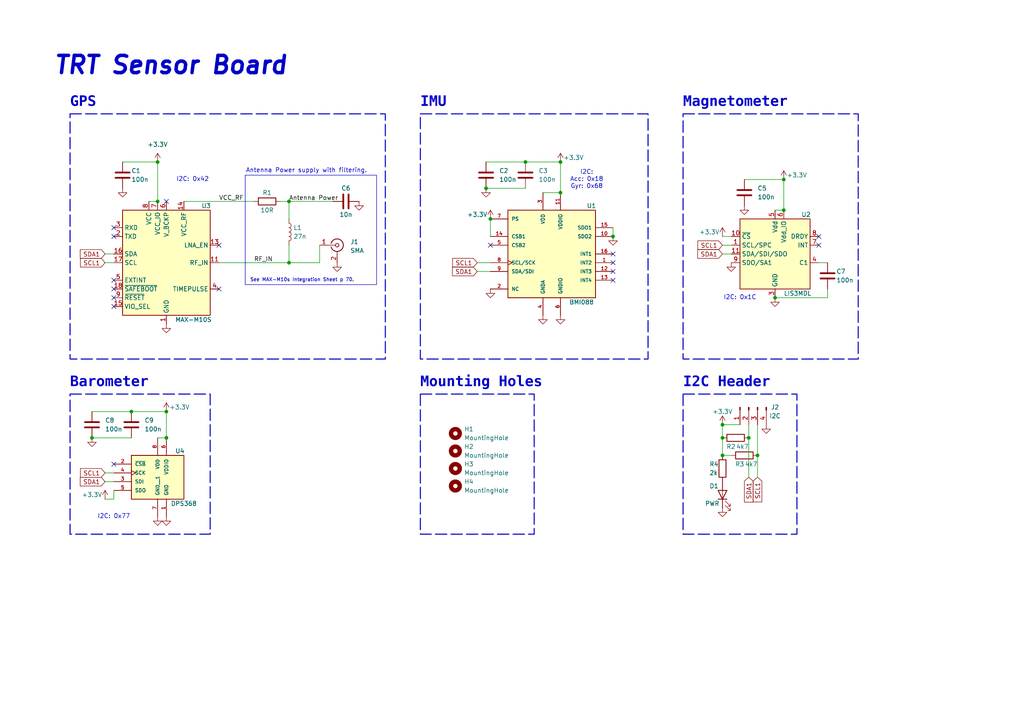
<source format=kicad_sch>
(kicad_sch (version 20231120) (generator "eeschema") (generator_version "8.0")
  (paper "A4")
  (title_block (title "TRT Sensor Board") (date "2025-02-03") (rev "1.2") (company "TRT"))
  (lib_symbols
    (symbol "BMI088:BMI088" (pin_names (offset 1.016))
      (property "Reference" "U" (at 7.62 15.24 0))
      (property "Value" "BMI088" (at 5.08 -15.24 0))
      (symbol "BMI088_0_0"
        (rectangle (start -12.7 12.7) (end 12.7 -12.7) (stroke (width 0.254)) (fill (type background)))
        (pin bidirectional line (at 17.78 -2.54 180) (length 5.08) (name "INT2") (number "1"))
        (pin output line (at 17.78 5.08 180) (length 5.08) (name "SDO2") (number "10"))
        (pin power_in line (at 2.54 17.78 270) (length 5.08) (name "VDDIO") (number "11"))
        (pin bidirectional line (at 17.78 -5.08 180) (length 5.08) (name "INT3") (number "12"))
        (pin bidirectional line (at 17.78 -7.62 180) (length 5.08) (name "INT4") (number "13"))
        (pin input line (at -17.78 5.08 0) (length 5.08) (name "CSB1") (number "14"))
        (pin output line (at 17.78 7.62 180) (length 5.08) (name "SDO1") (number "15"))
        (pin bidirectional line (at 17.78 0 180) (length 5.08) (name "INT1") (number "16"))
        (pin passive line (at -17.78 -10.16 0) (length 5.08) (name "NC") (number "2"))
        (pin power_in line (at -2.54 17.78 270) (length 5.08) (name "VDD") (number "3"))
        (pin power_in line (at -2.54 -17.78 90) (length 5.08) (name "GNDA") (number "4"))
        (pin input line (at -17.78 2.54 0) (length 5.08) (name "CSB2") (number "5"))
        (pin power_in line (at 2.54 -17.78 90) (length 5.08) (name "GNDIO") (number "6"))
        (pin input line (at -17.78 10.16 0) (length 5.08) (name "PS") (number "7"))
        (pin input clock (at -17.78 -2.54 0) (length 5.08) (name "SCL/SCK") (number "8"))
        (pin bidirectional line (at -17.78 -5.08 0) (length 5.08) (name "SDA/SDI") (number "9"))
      )
    )
    (symbol "Connector:Conn_01x04_Pin" (pin_names (offset 1.016) hide)
      (property "Reference" "J" (at 0 5.08 0))
      (property "Value" "Conn_01x04_Pin" (at 0 -7.62 0))
      (symbol "Conn_01x04_Pin_1_1"
        (polyline (pts (xy 1.27 -5.08) (xy 0.8636 -5.08)) (stroke (width 0.1524)))
        (polyline (pts (xy 1.27 -2.54) (xy 0.8636 -2.54)) (stroke (width 0.1524)))
        (polyline (pts (xy 1.27 0) (xy 0.8636 0)) (stroke (width 0.1524)))
        (polyline (pts (xy 1.27 2.54) (xy 0.8636 2.54)) (stroke (width 0.1524)))
        (rectangle (start 0.8636 -4.953) (end 0 -5.207) (stroke (width 0.1524)) (fill (type outline)))
        (rectangle (start 0.8636 -2.413) (end 0 -2.667) (stroke (width 0.1524)) (fill (type outline)))
        (rectangle (start 0.8636 0.127) (end 0 -0.127) (stroke (width 0.1524)) (fill (type outline)))
        (rectangle (start 0.8636 2.667) (end 0 2.413) (stroke (width 0.1524)) (fill (type outline)))
        (pin passive line (at 5.08 2.54 180) (length 3.81) (name "Pin_1") (number "1"))
        (pin passive line (at 5.08 0 180) (length 3.81) (name "Pin_2") (number "2"))
        (pin passive line (at 5.08 -2.54 180) (length 3.81) (name "Pin_3") (number "3"))
        (pin passive line (at 5.08 -5.08 180) (length 3.81) (name "Pin_4") (number "4"))
      )
    )
    (symbol "Connector:Conn_Coaxial" (pin_names (offset 1.016) hide)
      (property "Reference" "J" (at 0.254 3.048 0))
      (property "Value" "Conn_Coaxial" (at 2.921 0 90))
      (symbol "Conn_Coaxial_0_1"
        (arc (start -1.778 -0.508) (mid 0.2311 -1.8066) (end 1.778 0) (stroke (width 0.254)))
        (polyline (pts (xy -2.54 0) (xy -0.508 0)))
        (polyline (pts (xy 0 -2.54) (xy 0 -1.778)))
        (circle (center 0 0) (radius 0.508) (stroke (width 0.2032)))
        (arc (start 1.778 0) (mid 0.2099 1.8101) (end -1.778 0.508) (stroke (width 0.254)))
      )
      (symbol "Conn_Coaxial_1_1"
        (pin passive line (at -5.08 0 0) (length 2.54) (name "In") (number "1"))
        (pin passive line (at 0 -5.08 90) (length 2.54) (name "Ext") (number "2"))
      )
    )
    (symbol "DPS310XTSA1:DPS310XTSA1" (pin_names (offset 1.016))
      (property "Reference" "U" (at 2.54 5.08 0))
      (property "Value" "DPS310XTSA1" (at -7.62 -7.62 0))
      (symbol "DPS310XTSA1_0_0"
        (rectangle (start -10.16 5.08) (end 5.08 -7.62) (stroke (width 0.254)) (fill (type background)))
        (pin power_in line (at 0 -12.7 90) (length 5.08) (name "GND") (number "1"))
        (pin input line (at -15.24 2.54 0) (length 5.08) (name "~{CSB}") (number "2"))
        (pin bidirectional line (at -15.24 -2.54 0) (length 5.08) (name "SDI") (number "3"))
        (pin input clock (at -15.24 0 0) (length 5.08) (name "SCK") (number "4"))
        (pin output line (at -15.24 -5.08 0) (length 5.08) (name "SDO") (number "5"))
        (pin power_in line (at 0 10.16 270) (length 5.08) (name "VDDIO") (number "6"))
        (pin power_in line (at -2.54 -12.7 90) (length 5.08) (name "GND__1") (number "7"))
        (pin power_in line (at -2.54 10.16 270) (length 5.08) (name "VDD") (number "8"))
      )
    )
    (symbol "Device:C" (pin_numbers hide) (pin_names (offset 0.254))
      (property "Reference" "C" (at 0.635 2.54 0))
      (property "Value" "C" (at 0.635 -2.54 0))
      (symbol "C_0_1"
        (polyline (pts (xy -2.032 -0.762) (xy 2.032 -0.762)) (stroke (width 0.508)))
        (polyline (pts (xy -2.032 0.762) (xy 2.032 0.762)) (stroke (width 0.508)))
      )
      (symbol "C_1_1"
        (pin passive line (at 0 3.81 270) (length 2.794) (name "~") (number "1"))
        (pin passive line (at 0 -3.81 90) (length 2.794) (name "~") (number "2"))
      )
    )
    (symbol "Device:L" (pin_numbers hide) (pin_names (offset 1.016) hide)
      (property "Reference" "L" (at -1.27 0 90))
      (property "Value" "L" (at 1.905 0 90))
      (symbol "L_0_1"
        (arc (start 0 -2.54) (mid 0.6323 -1.905) (end 0 -1.27))
        (arc (start 0 -1.27) (mid 0.6323 -0.635) (end 0 0))
        (arc (start 0 0) (mid 0.6323 0.635) (end 0 1.27))
        (arc (start 0 1.27) (mid 0.6323 1.905) (end 0 2.54))
      )
      (symbol "L_1_1"
        (pin passive line (at 0 3.81 270) (length 1.27) (name "1") (number "1"))
        (pin passive line (at 0 -3.81 90) (length 1.27) (name "2") (number "2"))
      )
    )
    (symbol "Device:LED" (pin_numbers hide) (pin_names (offset 1.016) hide)
      (property "Reference" "D" (at 0 2.54 0))
      (property "Value" "LED" (at 0 -2.54 0))
      (symbol "LED_0_1"
        (polyline (pts (xy -1.27 -1.27) (xy -1.27 1.27)) (stroke (width 0.254)))
        (polyline (pts (xy -1.27 0) (xy 1.27 0)))
        (polyline (pts (xy 1.27 -1.27) (xy 1.27 1.27) (xy -1.27 0) (xy 1.27 -1.27)) (stroke (width 0.254)))
        (polyline (pts (xy -3.048 -0.762) (xy -4.572 -2.286) (xy -3.81 -2.286) (xy -4.572 -2.286) (xy -4.572 -1.524)))
        (polyline (pts (xy -1.778 -0.762) (xy -3.302 -2.286) (xy -2.54 -2.286) (xy -3.302 -2.286) (xy -3.302 -1.524)))
      )
      (symbol "LED_1_1"
        (pin passive line (at -3.81 0 0) (length 2.54) (name "K") (number "1"))
        (pin passive line (at 3.81 0 180) (length 2.54) (name "A") (number "2"))
      )
    )
    (symbol "Device:R" (pin_numbers hide) (pin_names (offset 0))
      (property "Reference" "R" (at 2.032 0 90))
      (property "Value" "R" (at 0 0 90))
      (symbol "R_0_1"
        (rectangle (start -1.016 -2.54) (end 1.016 2.54) (stroke (width 0.254)))
      )
      (symbol "R_1_1"
        (pin passive line (at 0 3.81 270) (length 1.27) (name "~") (number "1"))
        (pin passive line (at 0 -3.81 90) (length 1.27) (name "~") (number "2"))
      )
    )
    (symbol "Mechanical:MountingHole" (pin_names (offset 1.016)) (exclude_from_sim yes) (in_bom no)
      (property "Reference" "H" (at 0 5.08 0))
      (property "Value" "MountingHole" (at 0 3.175 0))
      (symbol "MountingHole_0_1"
        (circle (center 0 0) (radius 1.27) (stroke (width 1.27)))
      )
    )
    (symbol "RF_GPS:MAX-M10S"
      (property "Reference" "U" (at -10.16 16.51 0))
      (property "Value" "MAX-M10S" (at 11.43 16.51 0))
      (symbol "MAX-M10S_0_1"
        (rectangle (start 12.7 15.24) (end -12.7 -15.24) (stroke (width 0.254)) (fill (type background)))
      )
      (symbol "MAX-M10S_1_1"
        (pin power_in line (at 0 -17.78 90) (length 2.54) (name "GND") (number "1"))
        (pin passive line (at 0 -17.78 90) (length 2.54) hide (name "GND") (number "10"))
        (pin input line (at 15.24 0 180) (length 2.54) (name "RF_IN") (number "11"))
        (pin passive line (at 0 -17.78 90) (length 2.54) hide (name "GND") (number "12"))
        (pin output line (at 15.24 5.08 180) (length 2.54) (name "LNA_EN") (number "13"))
        (pin power_out line (at 5.08 17.78 270) (length 2.54) (name "VCC_RF") (number "14"))
        (pin input line (at -15.24 -12.7 0) (length 2.54) (name "VIO_SEL") (number "15"))
        (pin bidirectional line (at -15.24 2.54 0) (length 2.54) (name "SDA") (number "16"))
        (pin input line (at -15.24 0 0) (length 2.54) (name "SCL") (number "17"))
        (pin input line (at -15.24 -7.62 0) (length 2.54) (name "~{SAFEBOOT}") (number "18"))
        (pin output line (at -15.24 7.62 0) (length 2.54) (name "TXD") (number "2"))
        (pin input line (at -15.24 10.16 0) (length 2.54) (name "RXD") (number "3"))
        (pin output line (at 15.24 -7.62 180) (length 2.54) (name "TIMEPULSE") (number "4"))
        (pin input line (at -15.24 -5.08 0) (length 2.54) (name "EXTINT") (number "5"))
        (pin power_in line (at 0 17.78 270) (length 2.54) (name "V_BCKP") (number "6"))
        (pin power_in line (at -2.54 17.78 270) (length 2.54) (name "VCC_IO") (number "7"))
        (pin power_in line (at -5.08 17.78 270) (length 2.54) (name "VCC") (number "8"))
        (pin input line (at -15.24 -10.16 0) (length 2.54) (name "~{RESET}") (number "9"))
      )
    )
    (symbol "Sensor_Magnetic:LIS3MDL"
      (property "Reference" "U" (at -8.89 11.43 0))
      (property "Value" "LIS3MDL" (at 7.62 11.43 0))
      (symbol "LIS3MDL_0_1"
        (rectangle (start -10.16 10.16) (end 10.16 -10.16) (stroke (width 0.254)) (fill (type background)))
      )
      (symbol "LIS3MDL_1_1"
        (pin input line (at -12.7 2.54 0) (length 2.54) (name "SCL/SPC") (number "1"))
        (pin input line (at -12.7 5.08 0) (length 2.54) (name "~{CS}") (number "10"))
        (pin bidirectional line (at -12.7 0 0) (length 2.54) (name "SDA/SDI/SDO") (number "11"))
        (pin passive line (at 0 -12.7 90) (length 2.54) hide (name "GND") (number "12"))
        (pin passive line (at 0 -12.7 90) (length 2.54) hide (name "GND") (number "2"))
        (pin power_in line (at 0 -12.7 90) (length 2.54) (name "GND") (number "3"))
        (pin power_out line (at 12.7 -2.54 180) (length 2.54) (name "C1") (number "4"))
        (pin power_in line (at 0 12.7 270) (length 2.54) (name "Vdd") (number "5"))
        (pin power_in line (at 2.54 12.7 270) (length 2.54) (name "Vdd_IO") (number "6"))
        (pin output line (at 12.7 2.54 180) (length 2.54) (name "INT") (number "7"))
        (pin output line (at 12.7 5.08 180) (length 2.54) (name "DRDY") (number "8"))
        (pin bidirectional line (at -12.7 -2.54 0) (length 2.54) (name "SDO/SA1") (number "9"))
      )
    )
    (symbol "power:+3.3V" (power) (pin_numbers hide) (pin_names (offset 0) hide)
      (property "Value" "+3.3V" (at 0 3.556 0))
      (symbol "+3.3V_0_1"
        (polyline (pts (xy -0.762 1.27) (xy 0 2.54)))
        (polyline (pts (xy 0 0) (xy 0 2.54)))
        (polyline (pts (xy 0 2.54) (xy 0.762 1.27)))
      )
      (symbol "+3.3V_1_1"
        (pin power_in line (at 0 0 90) (length 0) (name "~") (number "1"))
      )
    )
    (symbol "power:GND" (power) (pin_numbers hide) (pin_names (offset 0) hide)
      (property "Value" "GND" (at 0 -3.81 0))
      (symbol "GND_0_1"
        (polyline (pts (xy 0 0) (xy 0 -1.27) (xy 1.27 -1.27) (xy 0 -2.54) (xy -1.27 -1.27) (xy 0 -1.27)))
      )
      (symbol "GND_1_1"
        (pin power_in line (at 0 0 270) (length 0) (name "~") (number "1"))
      )
    )
  )
  (junction (at 209.55 132.08))
  (junction (at 162.56 55.88))
  (junction (at 224.79 86.36))
  (junction (at 219.71 132.08))
  (junction (at 162.56 46.99))
  (junction (at 152.4 46.99))
  (junction (at 83.82 76.2))
  (junction (at 26.67 127))
  (junction (at 209.55 127))
  (junction (at 83.82 58.42))
  (junction (at 209.55 123.19))
  (junction (at 140.97 54.61))
  (junction (at 177.8 68.58))
  (junction (at 38.1 119.38))
  (junction (at 227.33 52.07))
  (junction (at 227.33 60.96))
  (junction (at 217.17 127))
  (junction (at 142.24 63.5))
  (junction (at 45.72 46.99))
  (junction (at 48.26 127))
  (junction (at 48.26 119.38))
  (junction (at 45.72 58.42))
  (no_connect (at 33.02 86.36))
  (no_connect (at 142.24 71.12))
  (no_connect (at 33.02 66.04))
  (no_connect (at 33.02 83.82))
  (no_connect (at 63.5 83.82))
  (no_connect (at 237.49 68.58))
  (no_connect (at 33.02 88.9))
  (no_connect (at 33.02 81.28))
  (no_connect (at 33.02 134.62))
  (no_connect (at 33.02 68.58))
  (no_connect (at 177.8 76.2))
  (no_connect (at 237.49 71.12))
  (no_connect (at 63.5 71.12))
  (no_connect (at 177.8 78.74))
  (no_connect (at 48.26 58.42))
  (no_connect (at 177.8 73.66))
  (no_connect (at 177.8 81.28))
  (wire (pts (xy 43.18 58.42) (xy 45.72 58.42)))
  (wire (pts (xy 45.72 46.99) (xy 45.72 58.42)))
  (wire (pts (xy 30.48 76.2) (xy 33.02 76.2)))
  (wire (pts (xy 162.56 46.99) (xy 162.56 55.88)))
  (wire (pts (xy 138.43 76.2) (xy 142.24 76.2)))
  (wire (pts (xy 152.4 46.99) (xy 162.56 46.99)))
  (wire (pts (xy 35.56 46.99) (xy 45.72 46.99)))
  (wire (pts (xy 53.34 58.42) (xy 73.66 58.42)))
  (wire (pts (xy 240.03 83.82) (xy 240.03 86.36)))
  (wire (pts (xy 138.43 78.74) (xy 142.24 78.74)))
  (wire (pts (xy 209.55 132.08) (xy 209.55 127)))
  (wire (pts (xy 219.71 138.43) (xy 219.71 132.08)))
  (wire (pts (xy 92.71 76.2) (xy 92.71 71.12)))
  (wire (pts (xy 33.02 142.24) (xy 33.02 144.78)))
  (wire (pts (xy 83.82 58.42) (xy 96.52 58.42)))
  (wire (pts (xy 209.55 123.19) (xy 209.55 127)))
  (wire (pts (xy 30.48 139.7) (xy 33.02 139.7)))
  (wire (pts (xy 83.82 76.2) (xy 92.71 76.2)))
  (wire (pts (xy 140.97 46.99) (xy 152.4 46.99)))
  (wire (pts (xy 219.71 123.19) (xy 219.71 132.08)))
  (wire (pts (xy 45.72 127) (xy 48.26 127)))
  (wire (pts (xy 212.09 68.58) (xy 209.55 68.58)))
  (wire (pts (xy 217.17 127) (xy 217.17 138.43)))
  (wire (pts (xy 30.48 137.16) (xy 33.02 137.16)))
  (wire (pts (xy 209.55 71.12) (xy 212.09 71.12)))
  (wire (pts (xy 38.1 119.38) (xy 48.26 119.38)))
  (wire (pts (xy 177.8 66.04) (xy 177.8 68.58)))
  (wire (pts (xy 83.82 58.42) (xy 83.82 63.5)))
  (wire (pts (xy 26.67 119.38) (xy 38.1 119.38)))
  (wire (pts (xy 26.67 127) (xy 38.1 127)))
  (wire (pts (xy 157.48 55.88) (xy 162.56 55.88)))
  (wire (pts (xy 140.97 54.61) (xy 152.4 54.61)))
  (wire (pts (xy 224.79 60.96) (xy 227.33 60.96)))
  (wire (pts (xy 48.26 119.38) (xy 48.26 127)))
  (wire (pts (xy 33.02 144.78) (xy 30.48 144.78)))
  (wire (pts (xy 81.28 58.42) (xy 83.82 58.42)))
  (wire (pts (xy 30.48 73.66) (xy 33.02 73.66)))
  (wire (pts (xy 217.17 123.19) (xy 217.17 127)))
  (wire (pts (xy 142.24 63.5) (xy 142.24 68.58)))
  (wire (pts (xy 215.9 52.07) (xy 227.33 52.07)))
  (wire (pts (xy 63.5 76.2) (xy 83.82 76.2)))
  (wire (pts (xy 237.49 76.2) (xy 240.03 76.2)))
  (wire (pts (xy 209.55 73.66) (xy 212.09 73.66)))
  (wire (pts (xy 83.82 71.12) (xy 83.82 76.2)))
  (wire (pts (xy 214.63 123.19) (xy 209.55 123.19)))
  (wire (pts (xy 224.79 86.36) (xy 240.03 86.36)))
  (wire (pts (xy 212.09 132.08) (xy 209.55 132.08)))
  (wire (pts (xy 227.33 52.07) (xy 227.33 60.96)))
  (rectangle (start 20.32 33.02) (end 111.76 104.14) (stroke (width 0.3) (type dash)))
  (rectangle (start 198.12 114.3) (end 231.14 154.94) (stroke (width 0.3) (type dash)))
  (rectangle (start 71.12 50.8) (end 109.22 82.55))
  (rectangle (start 121.92 33.02) (end 187.96 104.14) (stroke (width 0.3) (type dash)))
  (rectangle (start 20.32 114.3) (end 60.96 154.94) (stroke (width 0.3) (type dash)))
  (rectangle (start 198.12 33.02) (end 248.92 104.14) (stroke (width 0.3) (type dash)))
  (rectangle (start 121.92 114.3) (end 154.94 154.94) (stroke (width 0.3) (type dash)))
  (text "IMU" (at 121.92 30.48 0) (effects (font (size 3 3) (thickness 1) (bold yes)) (justify left)))
  (text "TRT Sensor Board" (at 49.53 19.05 0) (effects (font (size 5 5) (thickness 1) (bold yes) (italic yes))))
  (text "I2C:\nAcc: 0x18\nGyr: 0x68" (at 170.18 52.07 0) (effects (font (size 1.27 1.27))))
  (text "I2C: 0x1C" (at 214.63 86.36 0) (effects (font (size 1.27 1.27))))
  (text "Magnetometer" (at 198.12 30.48 0) (effects (font (size 3 3) (thickness 1) (bold yes)) (justify left)))
  (text "GPS" (at 20.32 30.48 0) (effects (font (size 3 3) (thickness 1) (bold yes)) (justify left)))
  (text "I2C: 0x42" (at 55.88 52.07 0) (effects (font (size 1.27 1.27))))
  (text "See MAX-M10s Integration Sheet p 70." (at 87.63 81.28 0) (effects (font (size 1 1))))
  (text "I2C Header" (at 198.12 111.76 0) (effects (font (size 3 3) (thickness 1) (bold yes)) (justify left)))
  (text "Mounting Holes" (at 121.92 111.76 0) (effects (font (size 3 3) (thickness 1) (bold yes)) (justify left)))
  (text "Antenna Power supply with filtering." (at 88.9 49.53 0) (effects (font (size 1.27 1.27))))
  (text "Barometer" (at 20.32 111.76 0) (effects (font (size 3 3) (thickness 1) (bold yes)) (justify left)))
  (text "I2C: 0x77" (at 33.02 149.86 0) (effects (font (size 1.27 1.27))))
  (label "Antenna Power" (at 83.82 58.42 0))
  (label "VCC_RF" (at 63.5 58.42 0))
  (label "RF_IN" (at 73.66 76.2 0))
  (global_label "SCL1" (shape input) (at 30.48 76.2 180) (property "Intersheetrefs" "${INTERSHEET_REFS}" (effects (hide yes))))
  (global_label "SCL1" (shape input) (at 138.43 76.2 180) (property "Intersheetrefs" "${INTERSHEET_REFS}" (effects (hide yes))))
  (global_label "SDA1" (shape input) (at 217.17 138.43 270) (property "Intersheetrefs" "${INTERSHEET_REFS}" (effects (hide yes))))
  (global_label "SDA1" (shape input) (at 30.48 139.7 180) (property "Intersheetrefs" "${INTERSHEET_REFS}" (effects (hide yes))))
  (global_label "SDA1" (shape input) (at 30.48 73.66 180) (property "Intersheetrefs" "${INTERSHEET_REFS}" (effects (hide yes))))
  (global_label "SCL1" (shape input) (at 30.48 137.16 180) (property "Intersheetrefs" "${INTERSHEET_REFS}" (effects (hide yes))))
  (global_label "SCL1" (shape input) (at 209.55 71.12 180) (property "Intersheetrefs" "${INTERSHEET_REFS}" (effects (hide yes))))
  (global_label "SDA1" (shape input) (at 138.43 78.74 180) (property "Intersheetrefs" "${INTERSHEET_REFS}" (effects (hide yes))))
  (global_label "SDA1" (shape input) (at 209.55 73.66 180) (property "Intersheetrefs" "${INTERSHEET_REFS}" (effects (hide yes))))
  (global_label "SCL1" (shape input) (at 219.71 138.43 270) (property "Intersheetrefs" "${INTERSHEET_REFS}" (effects (hide yes))))
  (symbol (lib_id "DPS310XTSA1:DPS310XTSA1") (at 48.26 137.16 0) (unit 1)
    (property "Reference" "U4" (at 50.8 130.81 0) (effects (justify left)))
    (property "Value" "DPS368" (at 49.53 146.05 0) (effects (justify left)))
    (property "Footprint" "DPS310XTSA1:XDCR_DPS310XTSA1" (effects (hide yes)))
    (property "Description" "Supply voltage range 1.7V to 3.6V | Operation range 300hPa 1200hPa | Sensors precision 0.005hPa | Relative accuracy 0.06hPa | Pressure temperature sensitivity of 0.5Pa/K | Temperature accuracy 0.5C" (effects (hide yes)))
    (property "MF" "Infineon" (effects (hide yes)))
    (property "PACKAGE" "LGA-8 Infineon" (effects (hide yes)))
    (property "PRICE" "None" (effects (hide yes)))
    (property "MP" "DPS310XTSA1" (effects (hide yes)))
    (property "AVAILABILITY" "Unavailable" (effects (hide yes)))
  )
  (symbol (lib_id "Device:R") (at 209.55 135.89 0) (unit 1)
    (property "Reference" "R4" (at 205.74 134.62 0) (effects (justify left)))
    (property "Value" "2k" (at 205.74 137.16 0) (effects (justify left)))
    (property "Footprint" "Resistor_SMD:R_0805_2012Metric" (effects (hide yes)))
    (property "Description" "Resistor" (effects (hide yes)))
  )
  (symbol (lib_id "power:+3.3V") (at 30.48 144.78 0) (unit 1)
    (property "Reference" "#PWR022" (effects (hide yes)))
    (property "Value" "+3.3V" (at 26.67 143.51 0))
    (property "Description" "Power symbol creates a global label with name \"+3.3V\"" (effects (hide yes)))
  )
  (symbol (lib_id "power:GND") (at 35.56 54.61 0) (unit 1)
    (property "Reference" "#PWR04" (effects (hide yes)))
    (property "Value" "GND" (effects (hide yes)))
    (property "Description" "Power symbol creates a global label with name \"GND\" , ground" (effects (hide yes)))
  )
  (symbol (lib_id "power:+3.3V") (at 209.55 68.58 0) (unit 1)
    (property "Reference" "#PWR010" (effects (hide yes)))
    (property "Value" "+3.3V" (at 205.74 67.31 0))
    (property "Description" "Power symbol creates a global label with name \"+3.3V\"" (effects (hide yes)))
  )
  (symbol (lib_id "Connector:Conn_01x04_Pin") (at 217.17 118.11 90) (mirror x) (unit 1)
    (property "Reference" "J2" (at 224.79 118.11 90))
    (property "Value" "I2C" (at 224.79 120.65 90))
    (property "Footprint" "Connector_JST:JST_XH_B4B-XH-A_1x04_P2.50mm_Vertical" (effects (hide yes)))
    (property "Description" "Generic connector, single row, 01x04, script generated" (effects (hide yes)))
  )
  (symbol (lib_id "power:GND") (at 48.26 149.86 0) (unit 1)
    (property "Reference" "#PWR025" (effects (hide yes)))
    (property "Value" "GND" (effects (hide yes)))
    (property "Description" "Power symbol creates a global label with name \"GND\" , ground" (effects (hide yes)))
  )
  (symbol (lib_id "power:+3.3V") (at 162.56 46.99 0) (unit 1)
    (property "Reference" "#PWR02" (effects (hide yes)))
    (property "Value" "+3.3V" (at 166.37 45.72 0))
    (property "Description" "Power symbol creates a global label with name \"+3.3V\"" (effects (hide yes)))
  )
  (symbol (lib_id "power:GND") (at 26.67 127 0) (unit 1)
    (property "Reference" "#PWR021" (effects (hide yes)))
    (property "Value" "GND" (effects (hide yes)))
    (property "Description" "Power symbol creates a global label with name \"GND\" , ground" (effects (hide yes)))
  )
  (symbol (lib_id "Device:R") (at 213.36 127 90) (unit 1)
    (property "Reference" "R2" (at 213.36 129.54 90) (effects (justify left)))
    (property "Value" "4k7" (at 217.17 129.54 90) (effects (justify left)))
    (property "Footprint" "Resistor_SMD:R_0805_2012Metric" (effects (hide yes)))
    (property "Description" "Resistor" (effects (hide yes)))
  )
  (symbol (lib_id "Device:C") (at 38.1 123.19 0) (unit 1)
    (property "Reference" "C9" (at 41.91 121.9199 0) (effects (justify left)))
    (property "Value" "100n" (at 41.91 124.4599 0) (effects (justify left)))
    (property "Footprint" "Capacitor_SMD:C_0603_1608Metric" (effects (hide yes)))
    (property "Description" "Unpolarized capacitor" (effects (hide yes)))
  )
  (symbol (lib_id "power:GND") (at 209.55 147.32 0) (unit 1)
    (property "Reference" "#PWR023" (effects (hide yes)))
    (property "Value" "GND" (effects (hide yes)))
    (property "Description" "Power symbol creates a global label with name \"GND\" , ground" (effects (hide yes)))
  )
  (symbol (lib_id "BMI088:BMI088") (at 160.02 73.66 0) (unit 1)
    (property "Reference" "U1" (at 170.18 59.69 0) (effects (justify left)))
    (property "Value" "BMI088" (at 165.1 87.63 0) (effects (justify left)))
    (property "Footprint" "BMI088:PQFN50P450X300X100-16N" (effects (hide yes)))
    (property "Description" "Accelerometer, Gyroscope, 6 Axis Sensor I²C, SPI Output" (effects (hide yes)))
    (property "MF" "Bosch Sensortec" (effects (hide yes)))
    (property "PURCHASE-URL" "https://pricing.snapeda.com/search/part/BMI088/?ref=eda" (effects (hide yes)))
    (property "PACKAGE" "VFLGA-16 Bosch Sensortec" (effects (hide yes)))
    (property "PRICE" "None" (effects (hide yes)))
    (property "MP" "BMI088" (effects (hide yes)))
    (property "AVAILABILITY" "In Stock" (effects (hide yes)))
  )
  (symbol (lib_id "power:GND") (at 224.79 86.36 0) (unit 1)
    (property "Reference" "#PWR014" (effects (hide yes)))
    (property "Value" "GND" (effects (hide yes)))
    (property "Description" "Power symbol creates a global label with name \"GND\" , ground" (effects (hide yes)))
  )
  (symbol (lib_id "Device:C") (at 100.33 58.42 90) (unit 1)
    (property "Reference" "C6" (at 100.33 54.61 90))
    (property "Value" "10n" (at 100.33 62.23 90))
    (property "Footprint" "Capacitor_SMD:C_0805_2012Metric" (effects (hide yes)))
    (property "Description" "Unpolarized capacitor" (effects (hide yes)))
  )
  (symbol (lib_id "power:+3.3V") (at 142.24 63.5 0) (unit 1)
    (property "Reference" "#PWR08" (effects (hide yes)))
    (property "Value" "+3.3V" (at 138.43 62.23 0))
    (property "Description" "Power symbol creates a global label with name \"+3.3V\"" (effects (hide yes)))
  )
  (symbol (lib_id "Mechanical:MountingHole") (at 132.08 140.97 0) (unit 1) (exclude_from_sim yes) (in_bom no)
    (property "Reference" "H4" (at 134.62 139.6999 0) (effects (justify left)))
    (property "Value" "MountingHole" (at 134.62 142.2399 0) (effects (justify left)))
    (property "Footprint" "MountingHole:MountingHole_3.2mm_M3" (effects (hide yes)))
    (property "Description" "Mounting Hole without connection" (effects (hide yes)))
  )
  (symbol (lib_id "Sensor_Magnetic:LIS3MDL") (at 224.79 73.66 0) (unit 1)
    (property "Reference" "U2" (at 232.41 62.23 0) (effects (justify left)))
    (property "Value" "LIS3MDL" (at 227.33 85.09 0) (effects (justify left)))
    (property "Footprint" "Package_LGA:LGA-12_2x2mm_P0.5mm" (effects (hide yes)))
    (property "Datasheet" "https://www.st.com/resource/en/datasheet/lis3mdl.pdf" (effects (hide yes)))
    (property "Description" "Ultra-low-power, 3-axis digital output magnetometer, LGA-12" (effects (hide yes)))
  )
  (symbol (lib_id "power:GND") (at 215.9 59.69 0) (unit 1)
    (property "Reference" "#PWR07" (effects (hide yes)))
    (property "Value" "GND" (effects (hide yes)))
    (property "Description" "Power symbol creates a global label with name \"GND\" , ground" (effects (hide yes)))
  )
  (symbol (lib_id "Device:L") (at 83.82 67.31 0) (unit 1)
    (property "Reference" "L1" (at 85.09 66.0399 0) (effects (justify left)))
    (property "Value" "27n" (at 85.09 68.5799 0) (effects (justify left)))
    (property "Footprint" "Inductor_SMD:L_0805_2012Metric" (effects (hide yes)))
    (property "Description" "Inductor" (effects (hide yes)))
  )
  (symbol (lib_id "Device:C") (at 35.56 50.8 0) (unit 1)
    (property "Reference" "C1" (at 38.1 49.53 0) (effects (justify left)))
    (property "Value" "100n" (at 38.1 52.07 0) (effects (justify left)))
    (property "Footprint" "Capacitor_SMD:C_0603_1608Metric" (effects (hide yes)))
    (property "Description" "Unpolarized capacitor" (effects (hide yes)))
  )
  (symbol (lib_id "Connector:Conn_Coaxial") (at 97.79 71.12 0) (unit 1)
    (property "Reference" "J1" (at 101.6 70.1431 0) (effects (justify left)))
    (property "Value" "SMA" (at 101.6 72.6831 0) (effects (justify left)))
    (property "Footprint" "Connector_Coaxial:SMA_Amphenol_901-143_Horizontal" (effects (hide yes)))
    (property "Description" "coaxial connector (BNC, SMA, SMB, SMC, Cinch/RCA, LEMO, ...)" (effects (hide yes)))
  )
  (symbol (lib_id "Device:C") (at 152.4 50.8 0) (unit 1)
    (property "Reference" "C3" (at 156.21 49.5299 0) (effects (justify left)))
    (property "Value" "100n" (at 156.21 52.0699 0) (effects (justify left)))
    (property "Footprint" "Capacitor_SMD:C_0603_1608Metric" (effects (hide yes)))
    (property "Description" "Unpolarized capacitor" (effects (hide yes)))
  )
  (symbol (lib_id "power:GND") (at 104.14 58.42 0) (unit 1)
    (property "Reference" "#PWR06" (effects (hide yes)))
    (property "Value" "GND" (effects (hide yes)))
    (property "Description" "Power symbol creates a global label with name \"GND\" , ground" (effects (hide yes)))
  )
  (symbol (lib_id "Device:C") (at 215.9 55.88 0) (unit 1)
    (property "Reference" "C5" (at 219.71 54.6099 0) (effects (justify left)))
    (property "Value" "100n" (at 219.71 57.1499 0) (effects (justify left)))
    (property "Footprint" "Capacitor_SMD:C_0603_1608Metric" (effects (hide yes)))
    (property "Description" "Unpolarized capacitor" (effects (hide yes)))
  )
  (symbol (lib_id "Device:LED") (at 209.55 143.51 90) (unit 1)
    (property "Reference" "D1" (at 205.74 140.97 90) (effects (justify right)))
    (property "Value" "PWR" (at 204.47 146.05 90) (effects (justify right)))
    (property "Footprint" "LED_SMD:LED_0805_2012Metric" (effects (hide yes)))
    (property "Description" "Light emitting diode" (effects (hide yes)))
  )
  (symbol (lib_id "power:GND") (at 157.48 91.44 0) (unit 1)
    (property "Reference" "#PWR015" (effects (hide yes)))
    (property "Value" "GND" (effects (hide yes)))
    (property "Description" "Power symbol creates a global label with name \"GND\" , ground" (effects (hide yes)))
  )
  (symbol (lib_id "power:GND") (at 222.25 123.19 0) (unit 1)
    (property "Reference" "#PWR020" (effects (hide yes)))
    (property "Value" "GND" (effects (hide yes)))
    (property "Description" "Power symbol creates a global label with name \"GND\" , ground" (effects (hide yes)))
  )
  (symbol (lib_id "Mechanical:MountingHole") (at 132.08 135.89 0) (unit 1) (exclude_from_sim yes) (in_bom no)
    (property "Reference" "H3" (at 134.62 134.6199 0) (effects (justify left)))
    (property "Value" "MountingHole" (at 134.62 137.1599 0) (effects (justify left)))
    (property "Footprint" "MountingHole:MountingHole_3.2mm_M3" (effects (hide yes)))
    (property "Description" "Mounting Hole without connection" (effects (hide yes)))
  )
  (symbol (lib_id "power:GND") (at 142.24 83.82 0) (unit 1)
    (property "Reference" "#PWR013" (effects (hide yes)))
    (property "Value" "GND" (effects (hide yes)))
    (property "Description" "Power symbol creates a global label with name \"GND\" , ground" (effects (hide yes)))
  )
  (symbol (lib_id "power:+3.3V") (at 45.72 46.99 0) (unit 1)
    (property "Reference" "#PWR01" (effects (hide yes)))
    (property "Value" "+3.3V" (at 45.72 41.91 0))
    (property "Description" "Power symbol creates a global label with name \"+3.3V\"" (effects (hide yes)))
  )
  (symbol (lib_id "power:+3.3V") (at 227.33 52.07 0) (unit 1)
    (property "Reference" "#PWR03" (effects (hide yes)))
    (property "Value" "+3.3V" (at 231.14 50.8 0))
    (property "Description" "Power symbol creates a global label with name \"+3.3V\"" (effects (hide yes)))
  )
  (symbol (lib_id "Device:R") (at 215.9 132.08 90) (unit 1)
    (property "Reference" "R3" (at 215.9 134.62 90) (effects (justify left)))
    (property "Value" "4k7" (at 219.71 134.62 90) (effects (justify left)))
    (property "Footprint" "Resistor_SMD:R_0805_2012Metric" (effects (hide yes)))
    (property "Description" "Resistor" (effects (hide yes)))
  )
  (symbol (lib_id "Device:C") (at 140.97 50.8 0) (unit 1)
    (property "Reference" "C2" (at 144.78 49.5299 0) (effects (justify left)))
    (property "Value" "100n" (at 144.78 52.0699 0) (effects (justify left)))
    (property "Footprint" "Capacitor_SMD:C_0603_1608Metric" (effects (hide yes)))
    (property "Description" "Unpolarized capacitor" (effects (hide yes)))
  )
  (symbol (lib_id "power:GND") (at 162.56 91.44 0) (unit 1)
    (property "Reference" "#PWR016" (effects (hide yes)))
    (property "Value" "GND" (effects (hide yes)))
    (property "Description" "Power symbol creates a global label with name \"GND\" , ground" (effects (hide yes)))
  )
  (symbol (lib_id "power:GND") (at 140.97 54.61 0) (unit 1)
    (property "Reference" "#PWR05" (effects (hide yes)))
    (property "Value" "GND" (effects (hide yes)))
    (property "Description" "Power symbol creates a global label with name \"GND\" , ground" (effects (hide yes)))
  )
  (symbol (lib_id "Device:R") (at 77.47 58.42 90) (unit 1)
    (property "Reference" "R1" (at 77.47 55.88 90))
    (property "Value" "10R" (at 77.47 60.96 90))
    (property "Footprint" "Resistor_SMD:R_0805_2012Metric" (effects (hide yes)))
    (property "Description" "Resistor" (effects (hide yes)))
  )
  (symbol (lib_id "power:GND") (at 177.8 68.58 0) (unit 1)
    (property "Reference" "#PWR09" (effects (hide yes)))
    (property "Value" "GND" (effects (hide yes)))
    (property "Description" "Power symbol creates a global label with name \"GND\" , ground" (effects (hide yes)))
  )
  (symbol (lib_id "Mechanical:MountingHole") (at 132.08 125.73 0) (unit 1) (exclude_from_sim yes) (in_bom no)
    (property "Reference" "H1" (at 134.62 124.4599 0) (effects (justify left)))
    (property "Value" "MountingHole" (at 134.62 126.9999 0) (effects (justify left)))
    (property "Footprint" "MountingHole:MountingHole_3.2mm_M3" (effects (hide yes)))
    (property "Description" "Mounting Hole without connection" (effects (hide yes)))
  )
  (symbol (lib_id "power:GND") (at 97.79 76.2 0) (unit 1)
    (property "Reference" "#PWR011" (effects (hide yes)))
    (property "Value" "GND" (effects (hide yes)))
    (property "Description" "Power symbol creates a global label with name \"GND\" , ground" (effects (hide yes)))
  )
  (symbol (lib_id "Mechanical:MountingHole") (at 132.08 130.81 0) (unit 1) (exclude_from_sim yes) (in_bom no)
    (property "Reference" "H2" (at 134.62 129.5399 0) (effects (justify left)))
    (property "Value" "MountingHole" (at 134.62 132.0799 0) (effects (justify left)))
    (property "Footprint" "MountingHole:MountingHole_3.2mm_M3" (effects (hide yes)))
    (property "Description" "Mounting Hole without connection" (effects (hide yes)))
  )
  (symbol (lib_id "power:+3.3V") (at 48.26 119.38 0) (unit 1)
    (property "Reference" "#PWR018" (effects (hide yes)))
    (property "Value" "+3.3V" (at 52.07 118.11 0))
    (property "Description" "Power symbol creates a global label with name \"+3.3V\"" (effects (hide yes)))
  )
  (symbol (lib_id "power:GND") (at 45.72 149.86 0) (unit 1)
    (property "Reference" "#PWR024" (effects (hide yes)))
    (property "Value" "GND" (effects (hide yes)))
    (property "Description" "Power symbol creates a global label with name \"GND\" , ground" (effects (hide yes)))
  )
  (symbol (lib_id "power:GND") (at 48.26 93.98 0) (unit 1)
    (property "Reference" "#PWR017" (effects (hide yes)))
    (property "Value" "GND" (effects (hide yes)))
    (property "Description" "Power symbol creates a global label with name \"GND\" , ground" (effects (hide yes)))
  )
  (symbol (lib_id "Device:C") (at 26.67 123.19 0) (unit 1)
    (property "Reference" "C8" (at 30.48 121.9199 0) (effects (justify left)))
    (property "Value" "100n" (at 30.48 124.4599 0) (effects (justify left)))
    (property "Footprint" "Capacitor_SMD:C_0603_1608Metric" (effects (hide yes)))
    (property "Description" "Unpolarized capacitor" (effects (hide yes)))
  )
  (symbol (lib_id "Device:C") (at 240.03 80.01 0) (unit 1)
    (property "Reference" "C7" (at 242.57 78.74 0) (effects (justify left)))
    (property "Value" "100n" (at 242.57 81.28 0) (effects (justify left)))
    (property "Footprint" "Capacitor_SMD:C_0603_1608Metric" (effects (hide yes)))
    (property "Description" "Unpolarized capacitor" (effects (hide yes)))
  )
  (symbol (lib_id "RF_GPS:MAX-M10S") (at 48.26 76.2 0) (unit 1)
    (property "Reference" "U3" (at 58.42 59.69 0) (effects (justify left)))
    (property "Value" "MAX-M10S" (at 50.8 92.71 0) (effects (justify left)))
    (property "Footprint" "RF_GPS:ublox_MAX" (effects (hide yes)))
    (property "Datasheet" "https://content.u-blox.com/sites/default/files/MAX-M10S_DataSheet_UBX-20035208.pdf" (effects (hide yes)))
    (property "Description" "GNSS Module MAX M10, VCC 1.65V to 3.6V" (effects (hide yes)))
  )
  (symbol (lib_id "power:GND") (at 212.09 76.2 0) (unit 1)
    (property "Reference" "#PWR012" (effects (hide yes)))
    (property "Value" "GND" (effects (hide yes)))
    (property "Description" "Power symbol creates a global label with name \"GND\" , ground" (effects (hide yes)))
  )
  (symbol (lib_id "power:+3.3V") (at 209.55 123.19 0) (unit 1)
    (property "Reference" "#PWR019" (effects (hide yes)))
    (property "Value" "+3.3V" (at 209.55 119.38 0))
    (property "Description" "Power symbol creates a global label with name \"+3.3V\"" (effects (hide yes)))
  )
)
</source>
